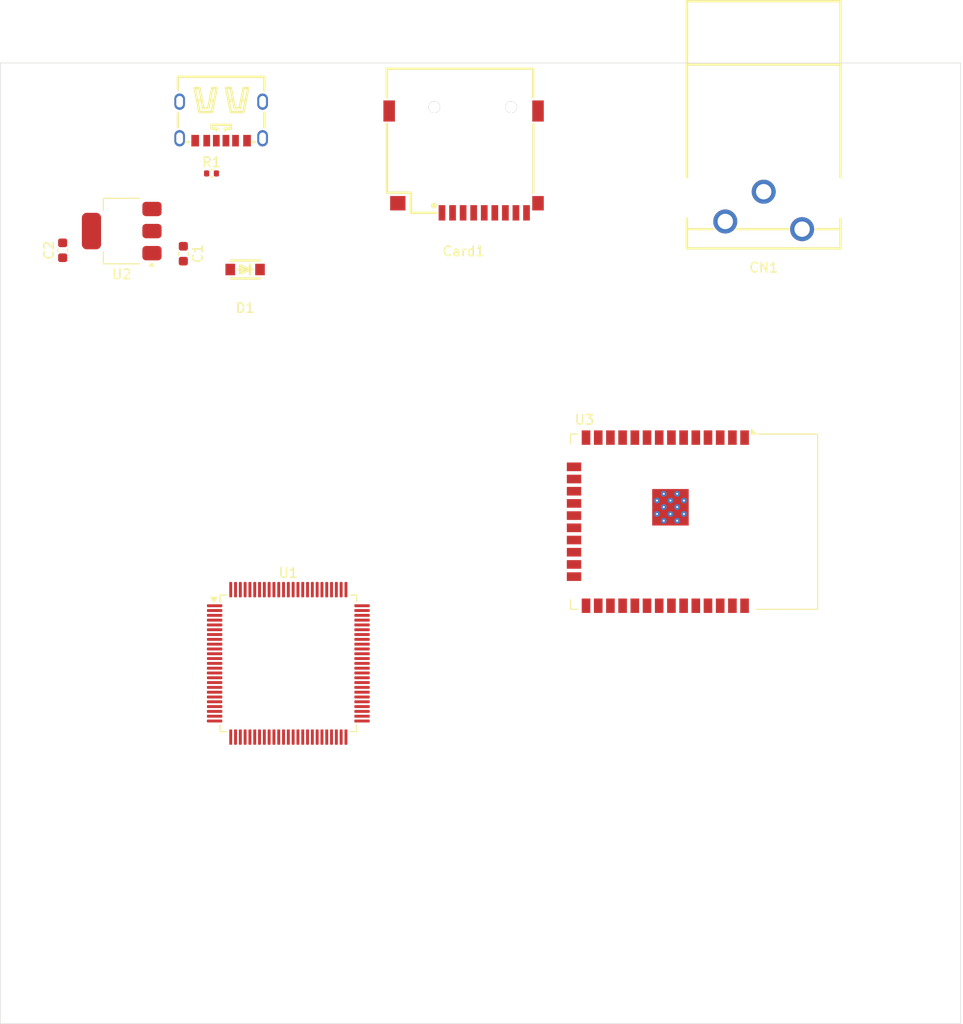
<source format=kicad_pcb>
(kicad_pcb (version 20240108) (generator "pcbnew") (generator_version "8.0")
  (layers (0 "F.Cu" signal) (31 "B.Cu" signal) (34 "B.Paste" user) (35 "F.Paste" user) (36 "B.SilkS" user "B.Silkscreen") (37 "F.SilkS" user "F.Silkscreen") (38 "B.Mask" user) (39 "F.Mask" user) (44 "Edge.Cuts" user))
  (net 0 "")
  (net 1 "VBUS")
  (net 2 "Net-(USB1-CC1)")
  (net 3 "GND")
  (net 4 "3V3")
  (net 5 "VIN")
  (net 105 "Net-(U1-VSS-Pad10)")
  (net 117 "Net-(U3-GND-Pad1)")
  (footprint "RF_Module:ESP32-WROOM-32D" (layer "F.Cu") (at 197.26 99.75 -90)
    (property "Reference" "U3" (at -10.61 8.43 360) (layer "F.SilkS"))
    (property "Value" "ESP32-WROOM-32E")
    (fp_line (start -9.12 9.88) (end -8.12 9.88) (stroke (width 0.12)) (layer "F.SilkS"))
    (fp_line (start 9.12 9.88) (end 8.12 9.88) (stroke (width 0.12)) (layer "F.SilkS"))
    (fp_line (start -9.12 9.1) (end -9.12 9.88) (stroke (width 0.12)) (layer "F.SilkS"))
    (fp_line (start 9.12 9.1) (end 9.12 9.88) (stroke (width 0.12)) (layer "F.SilkS"))
    (fp_line (start -9.12 -15.86) (end -9.12 -9.7) (stroke (width 0.12)) (layer "F.SilkS"))
    (fp_line (start -9.12 -15.86) (end 9.12 -15.86) (stroke (width 0.12)) (layer "F.SilkS"))
    (fp_line (start 9.12 -15.86) (end 9.12 -9.445) (stroke (width 0.12)) (layer "F.SilkS"))
    (fp_poly (pts (xy -9.125 -8.975) (xy -9.625 -8.975) (xy -9.125 -9.475) (xy -9.125 -8.975)) (stroke (width 0.12)) (fill solid) (layer "F.SilkS"))
    (pad "1" smd rect (at -8.75 -8.25 270) (size 1.5 0.9) (layers "F.Cu" "F.Paste" "F.Mask") (net 117 "Net-(U3-GND-Pad1)"))
    (pad "2" smd rect (at -8.75 -6.98 270) (size 1.5 0.9) (layers "F.Cu" "F.Paste" "F.Mask"))
    (pad "3" smd rect (at -8.75 -5.71 270) (size 1.5 0.9) (layers "F.Cu" "F.Paste" "F.Mask"))
    (pad "4" smd rect (at -8.75 -4.44 270) (size 1.5 0.9) (layers "F.Cu" "F.Paste" "F.Mask"))
    (pad "5" smd rect (at -8.75 -3.17 270) (size 1.5 0.9) (layers "F.Cu" "F.Paste" "F.Mask"))
    (pad "6" smd rect (at -8.75 -1.9 270) (size 1.5 0.9) (layers "F.Cu" "F.Paste" "F.Mask"))
    (pad "7" smd rect (at -8.75 -0.63 270) (size 1.5 0.9) (layers "F.Cu" "F.Paste" "F.Mask"))
    (pad "8" smd rect (at -8.75 0.64 270) (size 1.5 0.9) (layers "F.Cu" "F.Paste" "F.Mask"))
    (pad "9" smd rect (at -8.75 1.91 270) (size 1.5 0.9) (layers "F.Cu" "F.Paste" "F.Mask"))
    (pad "10" smd rect (at -8.75 3.18 270) (size 1.5 0.9) (layers "F.Cu" "F.Paste" "F.Mask"))
    (pad "11" smd rect (at -8.75 4.45 270) (size 1.5 0.9) (layers "F.Cu" "F.Paste" "F.Mask"))
    (pad "12" smd rect (at -8.75 5.72 270) (size 1.5 0.9) (layers "F.Cu" "F.Paste" "F.Mask"))
    (pad "13" smd rect (at -8.75 6.99 270) (size 1.5 0.9) (layers "F.Cu" "F.Paste" "F.Mask"))
    (pad "14" smd rect (at -8.75 8.26 270) (size 1.5 0.9) (layers "F.Cu" "F.Paste" "F.Mask"))
    (pad "15" smd rect (at -5.71 9.51) (size 1.5 0.9) (layers "F.Cu" "F.Paste" "F.Mask") (net 117 "Net-(U3-GND-Pad1)"))
    (pad "16" smd rect (at -4.44 9.51) (size 1.5 0.9) (layers "F.Cu" "F.Paste" "F.Mask"))
    (pad "17" smd rect (at -3.17 9.51) (size 1.5 0.9) (layers "F.Cu" "F.Paste" "F.Mask"))
    (pad "18" smd rect (at -1.9 9.51) (size 1.5 0.9) (layers "F.Cu" "F.Paste" "F.Mask"))
    (pad "19" smd rect (at -0.63 9.51) (size 1.5 0.9) (layers "F.Cu" "F.Paste" "F.Mask"))
    (pad "20" smd rect (at 0.64 9.51) (size 1.5 0.9) (layers "F.Cu" "F.Paste" "F.Mask"))
    (pad "21" smd rect (at 1.91 9.51) (size 1.5 0.9) (layers "F.Cu" "F.Paste" "F.Mask"))
    (pad "22" smd rect (at 3.18 9.51) (size 1.5 0.9) (layers "F.Cu" "F.Paste" "F.Mask"))
    (pad "23" smd rect (at 4.45 9.51) (size 1.5 0.9) (layers "F.Cu" "F.Paste" "F.Mask"))
    (pad "24" smd rect (at 5.72 9.51) (size 1.5 0.9) (layers "F.Cu" "F.Paste" "F.Mask"))
    (pad "25" smd rect (at 8.75 8.26 270) (size 1.5 0.9) (layers "F.Cu" "F.Paste" "F.Mask"))
    (pad "26" smd rect (at 8.75 6.99 270) (size 1.5 0.9) (layers "F.Cu" "F.Paste" "F.Mask"))
    (pad "27" smd rect (at 8.75 5.72 270) (size 1.5 0.9) (layers "F.Cu" "F.Paste" "F.Mask"))
    (pad "28" smd rect (at 8.75 4.45 270) (size 1.5 0.9) (layers "F.Cu" "F.Paste" "F.Mask"))
    (pad "29" smd rect (at 8.75 3.18 270) (size 1.5 0.9) (layers "F.Cu" "F.Paste" "F.Mask"))
    (pad "30" smd rect (at 8.75 1.91 270) (size 1.5 0.9) (layers "F.Cu" "F.Paste" "F.Mask"))
    (pad "31" smd rect (at 8.75 0.64 270) (size 1.5 0.9) (layers "F.Cu" "F.Paste" "F.Mask"))
    (pad "32" smd rect (at 8.75 -0.63 270) (size 1.5 0.9) (layers "F.Cu" "F.Paste" "F.Mask"))
    (pad "33" smd rect (at 8.75 -1.9 270) (size 1.5 0.9) (layers "F.Cu" "F.Paste" "F.Mask"))
    (pad "34" smd rect (at 8.75 -3.17 270) (size 1.5 0.9) (layers "F.Cu" "F.Paste" "F.Mask"))
    (pad "35" smd rect (at 8.75 -4.44 270) (size 1.5 0.9) (layers "F.Cu" "F.Paste" "F.Mask"))
    (pad "36" smd rect (at 8.75 -5.71 270) (size 1.5 0.9) (layers "F.Cu" "F.Paste" "F.Mask"))
    (pad "37" smd rect (at 8.75 -6.98 270) (size 1.5 0.9) (layers "F.Cu" "F.Paste" "F.Mask"))
    (pad "38" smd rect (at 8.75 -8.25 270) (size 1.5 0.9) (layers "F.Cu" "F.Paste" "F.Mask") (net 117 "Net-(U3-GND-Pad1)"))
    (pad "39" smd rect (at -2.9 -1.93 270) (size 0.9 0.9) (layers "F.Cu" "F.Paste") (net 117 "Net-(U3-GND-Pad1)"))
    (pad "39" thru_hole circle (at -2.9 -1.23 270) (size 0.6 0.6) (drill 0.2) (property pad_prop_heatsink) (layers "*.Cu" "F.Mask") (net 117 "Net-(U3-GND-Pad1)"))
    (pad "39" smd rect (at -2.9 -0.53 270) (size 0.9 0.9) (layers "F.Cu" "F.Paste") (net 117 "Net-(U3-GND-Pad1)"))
    (pad "39" thru_hole circle (at -2.9 0.17 270) (size 0.6 0.6) (drill 0.2) (property pad_prop_heatsink) (layers "*.Cu" "F.Mask") (net 117 "Net-(U3-GND-Pad1)"))
    (pad "39" smd rect (at -2.9 0.87 270) (size 0.9 0.9) (layers "F.Cu" "F.Paste") (net 117 "Net-(U3-GND-Pad1)"))
    (pad "39" thru_hole circle (at -2.2 -1.93 270) (size 0.6 0.6) (drill 0.2) (property pad_prop_heatsink) (layers "*.Cu" "F.Mask") (net 117 "Net-(U3-GND-Pad1)"))
    (pad "39" thru_hole circle (at -2.2 -0.53 270) (size 0.6 0.6) (drill 0.2) (property pad_prop_heatsink) (layers "*.Cu" "F.Mask") (net 117 "Net-(U3-GND-Pad1)"))
    (pad "39" thru_hole circle (at -2.2 0.87 270) (size 0.6 0.6) (drill 0.2) (property pad_prop_heatsink) (layers "*.Cu" "F.Mask") (net 117 "Net-(U3-GND-Pad1)"))
    (pad "39" thru_hole circle (at -1.525 -1.23 270) (size 0.6 0.6) (drill 0.2) (property pad_prop_heatsink) (layers "*.Cu" "F.Mask") (net 117 "Net-(U3-GND-Pad1)"))
    (pad "39" thru_hole circle (at -1.525 0.17 270) (size 0.6 0.6) (drill 0.2) (property pad_prop_heatsink) (layers "*.Cu" "F.Mask") (net 117 "Net-(U3-GND-Pad1)"))
    (pad "39" smd rect (at -1.5 -1.93 270) (size 0.9 0.9) (layers "F.Cu" "F.Paste") (net 117 "Net-(U3-GND-Pad1)"))
    (pad "39" smd rect (at -1.5 -0.53 270) (size 0.9 0.9) (layers "F.Cu" "F.Paste") (net 117 "Net-(U3-GND-Pad1)"))
    (pad "39" smd rect (at -1.5 -0.53 270) (size 3.8 3.8) (layers "F.Cu" "F.Mask") (net 117 "Net-(U3-GND-Pad1)"))
    (pad "39" smd rect (at -1.5 0.87 270) (size 0.9 0.9) (layers "F.Cu" "F.Paste") (net 117 "Net-(U3-GND-Pad1)"))
    (pad "39" thru_hole circle (at -0.8 -1.93 270) (size 0.6 0.6) (drill 0.2) (property pad_prop_heatsink) (layers "*.Cu" "F.Mask") (net 117 "Net-(U3-GND-Pad1)"))
    (pad "39" thru_hole circle (at -0.8 -0.53 270) (size 0.6 0.6) (drill 0.2) (property pad_prop_heatsink) (layers "*.Cu" "F.Mask") (net 117 "Net-(U3-GND-Pad1)"))
    (pad "39" thru_hole circle (at -0.8 0.87 270) (size 0.6 0.6) (drill 0.2) (property pad_prop_heatsink) (layers "*.Cu" "F.Mask") (net 117 "Net-(U3-GND-Pad1)"))
    (pad "39" smd rect (at -0.1 -1.93 270) (size 0.9 0.9) (layers "F.Cu" "F.Paste") (net 117 "Net-(U3-GND-Pad1)"))
    (pad "39" thru_hole circle (at -0.1 -1.23 270) (size 0.6 0.6) (drill 0.2) (property pad_prop_heatsink) (layers "*.Cu" "F.Mask") (net 117 "Net-(U3-GND-Pad1)"))
    (pad "39" smd rect (at -0.1 -0.53 270) (size 0.9 0.9) (layers "F.Cu" "F.Paste") (net 117 "Net-(U3-GND-Pad1)"))
    (pad "39" thru_hole circle (at -0.1 0.17 270) (size 0.6 0.6) (drill 0.2) (property pad_prop_heatsink) (layers "*.Cu" "F.Mask") (net 117 "Net-(U3-GND-Pad1)"))
    (pad "39" smd rect (at -0.1 0.87 270) (size 0.9 0.9) (layers "F.Cu" "F.Paste") (net 117 "Net-(U3-GND-Pad1)"))
  )
  (footprint "Capacitor_SMD:C_0603_1608Metric" (layer "F.Cu") (at 134.5 71.5 90)
    (property "Reference" "C2" (at 0 -1.43 90) (layer "F.SilkS"))
    (property "Value" "10u")
    (fp_line (start -0.14058 -0.51) (end 0.14058 -0.51) (stroke (width 0.12)) (layer "F.SilkS"))
    (fp_line (start -0.14058 0.51) (end 0.14058 0.51) (stroke (width 0.12)) (layer "F.SilkS"))
    (pad "1" smd roundrect (at -0.775 0 90) (size 0.9 0.95) (layers "F.Cu" "F.Paste" "F.Mask") (net 3 "GND"))
    (pad "2" smd roundrect (at 0.775 0 90) (size 0.9 0.95) (layers "F.Cu" "F.Paste" "F.Mask") (net 5 "VIN"))
  )
  (footprint "easyeda2kicad:SOD-123F_L2.8-W1.8-LS3.7-RD" (layer "F.Cu") (at 153.5 73.5 180)
    (property "Reference" "D1" (at 0 -4 360) (layer "F.SilkS"))
    (property "Value" "SM4007PL")
    (fp_line (start 0.51 0.41) (end -0.51 0) (stroke (width 0.25)) (layer "F.SilkS"))
    (fp_line (start 0.51 -0.4) (end 0.51 0.41) (stroke (width 0.25)) (layer "F.SilkS"))
    (fp_line (start -0.51 0) (end 0.51 -0.4) (stroke (width 0.25)) (layer "F.SilkS"))
    (fp_line (start -0.51 -0.5) (end -0.51 0.51) (stroke (width 0.25)) (layer "F.SilkS"))
    (fp_line (start -0.76 0) (end 0.76 0) (stroke (width 0.25)) (layer "F.SilkS"))
    (fp_line (start -1.51 0.94) (end 1.49 0.94) (stroke (width 0.25)) (layer "F.SilkS"))
    (fp_line (start -1.52 -0.94) (end 1.48 -0.94) (stroke (width 0.25)) (layer "F.SilkS"))
    (pad "1" smd rect (at -1.55 0 180) (size 1 1.2) (layers "F.Cu" "F.Paste" "F.Mask") (net 5 "VIN"))
    (pad "2" smd rect (at 1.55 0 180) (size 1 1.2) (layers "F.Cu" "F.Paste" "F.Mask") (net 1 "VBUS"))
  )
  (footprint "Package_TO_SOT_SMD:SOT-223-3_TabPin2" (layer "F.Cu") (at 140.65 69.5 180)
    (property "Reference" "U2" (at 0 -4.5 360) (layer "F.SilkS"))
    (property "Value" "AMS1117-3.3")
    (fp_line (start 1.91 3.41) (end 1.91 2.15) (stroke (width 0.12)) (layer "F.SilkS"))
    (fp_line (start 1.91 -3.41) (end 1.91 -2.15) (stroke (width 0.12)) (layer "F.SilkS"))
    (fp_line (start -1.85 3.41) (end 1.91 3.41) (stroke (width 0.12)) (layer "F.SilkS"))
    (fp_line (start -1.85 -3.41) (end 1.91 -3.41) (stroke (width 0.12)) (layer "F.SilkS"))
    (fp_poly (pts (xy -3.13 -3.31) (xy -3.37 -3.64) (xy -2.89 -3.64) (xy -3.13 -3.31)) (stroke (width 0.12)) (fill solid) (layer "F.SilkS"))
    (pad "1" smd roundrect (at -3.15 -2.3 180) (size 2 1.5) (layers "F.Cu" "F.Paste" "F.Mask") (net 3 "GND"))
    (pad "2" smd roundrect (at -3.15 0 180) (size 2 1.5) (layers "F.Cu" "F.Paste" "F.Mask") (net 4 "3V3"))
    (pad "2" smd roundrect (at 3.15 0 180) (size 2 3.8) (layers "F.Cu" "F.Paste" "F.Mask") (net 4 "3V3"))
    (pad "3" smd roundrect (at -3.15 2.3 180) (size 2 1.5) (layers "F.Cu" "F.Paste" "F.Mask") (net 5 "VIN"))
  )
  (footprint "Capacitor_SMD:C_0603_1608Metric" (layer "F.Cu") (at 147.064554 71.854851 90)
    (property "Reference" "C1" (at 0 1.5 90) (layer "F.SilkS"))
    (property "Value" "10u")
    (fp_line (start -0.14058 -0.51) (end 0.14058 -0.51) (stroke (width 0.12)) (layer "F.SilkS"))
    (fp_line (start -0.14058 0.51) (end 0.14058 0.51) (stroke (width 0.12)) (layer "F.SilkS"))
    (pad "1" smd roundrect (at -0.775 0 90) (size 0.9 0.95) (layers "F.Cu" "F.Paste" "F.Mask") (net 3 "GND"))
    (pad "2" smd roundrect (at 0.775 0 90) (size 0.9 0.95) (layers "F.Cu" "F.Paste" "F.Mask") (net 4 "3V3"))
  )
  (footprint "Resistor_SMD:R_0402_1005Metric" (layer "F.Cu") (at 150 63.5)
    (property "Reference" "R1" (at 0 -1.17 360) (layer "F.SilkS"))
    (property "Value" "10k" (hide yes))
    (fp_line (start -0.153641 -0.38) (end 0.153641 -0.38) (stroke (width 0.12)) (layer "F.SilkS"))
    (fp_line (start -0.153641 0.38) (end 0.153641 0.38) (stroke (width 0.12)) (layer "F.SilkS"))
    (pad "1" smd roundrect (at -0.51 0) (size 0.54 0.64) (layers "F.Cu" "F.Paste" "F.Mask") (net 1 "VBUS"))
    (pad "2" smd roundrect (at 0.51 0) (size 0.54 0.64) (layers "F.Cu" "F.Paste" "F.Mask") (net 2 "Net-(USB1-CC1)"))
  )
  (footprint "easyeda2kicad:TF-SMD_TF-PUSH" (layer "F.Cu") (at 176.25 62.3 180)
    (property "Reference" "Card1" (at 0 -9.3 360) (layer "F.SilkS"))
    (property "Value" "TF PUSH")
    (fp_line (start 8 9.7) (end 8 6.71) (stroke (width 0.25)) (layer "F.SilkS"))
    (fp_line (start 7.98 3.97) (end 7.98 -3.2) (stroke (width 0.25)) (layer "F.SilkS"))
    (fp_line (start 7.98 -3.2) (end 5.49 -3.2) (stroke (width 0.25)) (layer "F.SilkS"))
    (fp_line (start 5.49 -3.2) (end 5.5 -3.2) (stroke (width 0.25)) (layer "F.SilkS"))
    (fp_line (start 5.49 -5.3) (end 5.49 -3.2) (stroke (width 0.25)) (layer "F.SilkS"))
    (fp_line (start 4.7 -5.3) (end 5.49 -5.3) (stroke (width 0.25)) (layer "F.SilkS"))
    (fp_line (start 4.7 -5.3) (end 2.85 -5.3) (stroke (width 0.25)) (layer "F.SilkS"))
    (fp_line (start -7.24 9.7) (end 8 9.7) (stroke (width 0.25)) (layer "F.SilkS"))
    (fp_line (start -7.24 9.7) (end -7.24 6.76) (stroke (width 0.25)) (layer "F.SilkS"))
    (fp_line (start -7.26 -3.25) (end -7.26 3.91) (stroke (width 0.25)) (layer "F.SilkS"))
    (fp_circle (center 3.09 -4.55) (end 3.14 -4.55) (stroke (width 0.25)) (fill none) (layer "F.SilkS"))
    (pad "" thru_hole circle (at -4.95 5.7 180) (size 1.2 1.2) (drill 1.2) (layers "*.Cu" "*.Mask"))
    (pad "" thru_hole circle (at 3.05 5.7 180) (size 1.2 1.2) (drill 1.2) (layers "*.Cu" "*.Mask"))
    (pad "1" smd rect (at 2.25 -5.3 180) (size 0.7 1.6) (layers "F.Cu" "F.Paste" "F.Mask"))
    (pad "2" smd rect (at 1.15 -5.3 180) (size 0.7 1.6) (layers "F.Cu" "F.Paste" "F.Mask"))
    (pad "3" smd rect (at 0.05 -5.3 180) (size 0.7 1.6) (layers "F.Cu" "F.Paste" "F.Mask"))
    (pad "4" smd rect (at -1.05 -5.3 180) (size 0.7 1.6) (layers "F.Cu" "F.Paste" "F.Mask") (net 4 "3V3"))
    (pad "5" smd rect (at -2.15 -5.3 180) (size 0.7 1.6) (layers "F.Cu" "F.Paste" "F.Mask"))
    (pad "6" smd rect (at -3.25 -5.3 180) (size 0.7 1.6) (layers "F.Cu" "F.Paste" "F.Mask") (net 3 "GND"))
    (pad "7" smd rect (at -4.35 -5.3 180) (size 0.7 1.6) (layers "F.Cu" "F.Paste" "F.Mask"))
    (pad "8" smd rect (at -5.45 -5.3 180) (size 0.7 1.6) (layers "F.Cu" "F.Paste" "F.Mask"))
    (pad "10" smd rect (at -7.75 -4.3 180) (size 1.2 1.5) (layers "F.Cu" "F.Paste" "F.Mask"))
    (pad "11" smd rect (at -7.75 5.3 180) (size 1.2 2.2) (layers "F.Cu" "F.Paste" "F.Mask"))
    (pad "12" smd rect (at 7.75 5.3 180) (size 1.2 2.2) (layers "F.Cu" "F.Paste" "F.Mask"))
    (pad "13" smd rect (at 6.85 -4.3 180) (size 1.6 1.5) (layers "F.Cu" "F.Paste" "F.Mask"))
    (pad "CD" smd rect (at -6.55 -5.3 180) (size 0.7 1.6) (layers "F.Cu" "F.Paste" "F.Mask"))
  )
  (footprint "easyeda2kicad:CONN-TH_XDJK-0271-1650" (layer "F.Cu") (at 207.5 67.35 180)
    (property "Reference" "CN1" (at 0 -5.95 360) (layer "F.SilkS"))
    (property "Value" "XDJK-0271-1650")
    (fp_line (start 8 21.78) (end 8 15.18) (stroke (width 0.25)) (layer "F.SilkS"))
    (fp_line (start 8 21.78) (end -8 21.78) (stroke (width 0.25)) (layer "F.SilkS"))
    (fp_line (start 8 15.18) (end 8 3.46) (stroke (width 0.25)) (layer "F.SilkS"))
    (fp_line (start 8 -0.86) (end 8 -1.95) (stroke (width 0.25)) (layer "F.SilkS"))
    (fp_line (start 8 -1.95) (end 8 -3.95) (stroke (width 0.25)) (layer "F.SilkS"))
    (fp_line (start 8 -3.95) (end -8 -3.95) (stroke (width 0.25)) (layer "F.SilkS"))
    (fp_line (start 5.25 -1.95) (end 8 -1.95) (stroke (width 0.25)) (layer "F.SilkS"))
    (fp_line (start -2.52 -1.95) (end 2.75 -1.95) (stroke (width 0.25)) (layer "F.SilkS"))
    (fp_line (start -8 21.78) (end -8 15.18) (stroke (width 0.25)) (layer "F.SilkS"))
    (fp_line (start -8 15.18) (end 8 15.18) (stroke (width 0.25)) (layer "F.SilkS"))
    (fp_line (start -8 3.46) (end -8 15.18) (stroke (width 0.25)) (layer "F.SilkS"))
    (fp_line (start -8 -1.95) (end -5.48 -1.95) (stroke (width 0.25)) (layer "F.SilkS"))
    (fp_line (start -8 -1.95) (end -8 -0.86) (stroke (width 0.25)) (layer "F.SilkS"))
    (fp_line (start -8 -3.95) (end -8 -1.95) (stroke (width 0.25)) (layer "F.SilkS"))
    (pad "1" thru_hole circle (at -4 -1.95 180) (size 2.5 2.5) (drill 1.599997) (layers "*.Cu" "*.Mask"))
    (pad "2" thru_hole circle (at 0 1.95 180) (size 2.5 2.5) (drill 1.599997) (layers "*.Cu" "*.Mask"))
    (pad "3" thru_hole circle (at 4 -1.15 180) (size 2.5 2.5) (drill 1.599997) (layers "*.Cu" "*.Mask"))
  )
  (footprint "Package_QFP:LQFP-100_14x14mm_P0.5mm" (layer "F.Cu") (at 158 114.5)
    (property "Reference" "U1" (at 0 -9.42 0) (layer "F.SilkS"))
    (property "Value" "STM32H723VETx")
    (fp_line (start -7.11 -7.11) (end -7.11 -6.41) (stroke (width 0.12)) (layer "F.SilkS"))
    (fp_line (start -7.11 7.11) (end -7.11 6.41) (stroke (width 0.12)) (layer "F.SilkS"))
    (fp_line (start -6.41 -7.11) (end -7.11 -7.11) (stroke (width 0.12)) (layer "F.SilkS"))
    (fp_line (start -6.41 7.11) (end -7.11 7.11) (stroke (width 0.12)) (layer "F.SilkS"))
    (fp_line (start 6.41 -7.11) (end 7.11 -7.11) (stroke (width 0.12)) (layer "F.SilkS"))
    (fp_line (start 6.41 7.11) (end 7.11 7.11) (stroke (width 0.12)) (layer "F.SilkS"))
    (fp_line (start 7.11 -7.11) (end 7.11 -6.41) (stroke (width 0.12)) (layer "F.SilkS"))
    (fp_line (start 7.11 7.11) (end 7.11 6.41) (stroke (width 0.12)) (layer "F.SilkS"))
    (fp_poly (pts (xy -7.7375 -6.41) (xy -8.0775 -6.88) (xy -7.3975 -6.88) (xy -7.7375 -6.41)) (stroke (width 0.12)) (fill solid) (layer "F.SilkS"))
    (pad "1" smd roundrect (at -7.675 -6) (size 1.6 0.3) (layers "F.Cu" "F.Paste" "F.Mask"))
    (pad "2" smd roundrect (at -7.675 -5.5) (size 1.6 0.3) (layers "F.Cu" "F.Paste" "F.Mask"))
    (pad "3" smd roundrect (at -7.675 -5) (size 1.6 0.3) (layers "F.Cu" "F.Paste" "F.Mask"))
    (pad "4" smd roundrect (at -7.675 -4.5) (size 1.6 0.3) (layers "F.Cu" "F.Paste" "F.Mask"))
    (pad "5" smd roundrect (at -7.675 -4) (size 1.6 0.3) (layers "F.Cu" "F.Paste" "F.Mask"))
    (pad "6" smd roundrect (at -7.675 -3.5) (size 1.6 0.3) (layers "F.Cu" "F.Paste" "F.Mask"))
    (pad "7" smd roundrect (at -7.675 -3) (size 1.6 0.3) (layers "F.Cu" "F.Paste" "F.Mask"))
    (pad "8" smd roundrect (at -7.675 -2.5) (size 1.6 0.3) (layers "F.Cu" "F.Paste" "F.Mask"))
    (pad "9" smd roundrect (at -7.675 -2) (size 1.6 0.3) (layers "F.Cu" "F.Paste" "F.Mask"))
    (pad "10" smd roundrect (at -7.675 -1.5) (size 1.6 0.3) (layers "F.Cu" "F.Paste" "F.Mask") (net 105 "Net-(U1-VSS-Pad10)"))
    (pad "11" smd roundrect (at -7.675 -1) (size 1.6 0.3) (layers "F.Cu" "F.Paste" "F.Mask"))
    (pad "12" smd roundrect (at -7.675 -0.5) (size 1.6 0.3) (layers "F.Cu" "F.Paste" "F.Mask"))
    (pad "13" smd roundrect (at -7.675 0) (size 1.6 0.3) (layers "F.Cu" "F.Paste" "F.Mask"))
    (pad "14" smd roundrect (at -7.675 0.5) (size 1.6 0.3) (layers "F.Cu" "F.Paste" "F.Mask"))
    (pad "15" smd roundrect (at -7.675 1) (size 1.6 0.3) (layers "F.Cu" "F.Paste" "F.Mask"))
    (pad "16" smd roundrect (at -7.675 1.5) (size 1.6 0.3) (layers "F.Cu" "F.Paste" "F.Mask"))
    (pad "17" smd roundrect (at -7.675 2) (size 1.6 0.3) (layers "F.Cu" "F.Paste" "F.Mask"))
    (pad "18" smd roundrect (at -7.675 2.5) (size 1.6 0.3) (layers "F.Cu" "F.Paste" "F.Mask"))
    (pad "19" smd roundrect (at -7.675 3) (size 1.6 0.3) (layers "F.Cu" "F.Paste" "F.Mask"))
    (pad "20" smd roundrect (at -7.675 3.5) (size 1.6 0.3) (layers "F.Cu" "F.Paste" "F.Mask"))
    (pad "21" smd roundrect (at -7.675 4) (size 1.6 0.3) (layers "F.Cu" "F.Paste" "F.Mask"))
    (pad "22" smd roundrect (at -7.675 4.5) (size 1.6 0.3) (layers "F.Cu" "F.Paste" "F.Mask"))
    (pad "23" smd roundrect (at -7.675 5) (size 1.6 0.3) (layers "F.Cu" "F.Paste" "F.Mask"))
    (pad "24" smd roundrect (at -7.675 5.5) (size 1.6 0.3) (layers "F.Cu" "F.Paste" "F.Mask"))
    (pad "25" smd roundrect (at -7.675 6) (size 1.6 0.3) (layers "F.Cu" "F.Paste" "F.Mask"))
    (pad "26" smd roundrect (at -6 7.675) (size 0.3 1.6) (layers "F.Cu" "F.Paste" "F.Mask") (net 105 "Net-(U1-VSS-Pad10)"))
    (pad "27" smd roundrect (at -5.5 7.675) (size 0.3 1.6) (layers "F.Cu" "F.Paste" "F.Mask"))
    (pad "28" smd roundrect (at -5 7.675) (size 0.3 1.6) (layers "F.Cu" "F.Paste" "F.Mask"))
    (pad "29" smd roundrect (at -4.5 7.675) (size 0.3 1.6) (layers "F.Cu" "F.Paste" "F.Mask"))
    (pad "30" smd roundrect (at -4 7.675) (size 0.3 1.6) (layers "F.Cu" "F.Paste" "F.Mask"))
    (pad "31" smd roundrect (at -3.5 7.675) (size 0.3 1.6) (layers "F.Cu" "F.Paste" "F.Mask"))
    (pad "32" smd roundrect (at -3 7.675) (size 0.3 1.6) (layers "F.Cu" "F.Paste" "F.Mask"))
    (pad "33" smd roundrect (at -2.5 7.675) (size 0.3 1.6) (layers "F.Cu" "F.Paste" "F.Mask"))
    (pad "34" smd roundrect (at -2 7.675) (size 0.3 1.6) (layers "F.Cu" "F.Paste" "F.Mask"))
    (pad "35" smd roundrect (at -1.5 7.675) (size 0.3 1.6) (layers "F.Cu" "F.Paste" "F.Mask"))
    (pad "36" smd roundrect (at -1 7.675) (size 0.3 1.6) (layers "F.Cu" "F.Paste" "F.Mask"))
    (pad "37" smd roundrect (at -0.5 7.675) (size 0.3 1.6) (layers "F.Cu" "F.Paste" "F.Mask"))
    (pad "38" smd roundrect (at 0 7.675) (size 0.3 1.6) (layers "F.Cu" "F.Paste" "F.Mask"))
    (pad "39" smd roundrect (at 0.5 7.675) (size 0.3 1.6) (layers "F.Cu" "F.Paste" "F.Mask"))
    (pad "40" smd roundrect (at 1 7.675) (size 0.3 1.6) (layers "F.Cu" "F.Paste" "F.Mask"))
    (pad "41" smd roundrect (at 1.5 7.675) (size 0.3 1.6) (layers "F.Cu" "F.Paste" "F.Mask"))
    (pad "42" smd roundrect (at 2 7.675) (size 0.3 1.6) (layers "F.Cu" "F.Paste" "F.Mask"))
    (pad "43" smd roundrect (at 2.5 7.675) (size 0.3 1.6) (layers "F.Cu" "F.Paste" "F.Mask"))
    (pad "44" smd roundrect (at 3 7.675) (size 0.3 1.6) (layers "F.Cu" "F.Paste" "F.Mask"))
    (pad "45" smd roundrect (at 3.5 7.675) (size 0.3 1.6) (layers "F.Cu" "F.Paste" "F.Mask"))
    (pad "46" smd roundrect (at 4 7.675) (size 0.3 1.6) (layers "F.Cu" "F.Paste" "F.Mask"))
    (pad "47" smd roundrect (at 4.5 7.675) (size 0.3 1.6) (layers "F.Cu" "F.Paste" "F.Mask"))
    (pad "48" smd roundrect (at 5 7.675) (size 0.3 1.6) (layers "F.Cu" "F.Paste" "F.Mask"))
    (pad "49" smd roundrect (at 5.5 7.675) (size 0.3 1.6) (layers "F.Cu" "F.Paste" "F.Mask") (net 105 "Net-(U1-VSS-Pad10)"))
    (pad "50" smd roundrect (at 6 7.675) (size 0.3 1.6) (layers "F.Cu" "F.Paste" "F.Mask"))
    (pad "51" smd roundrect (at 7.675 6) (size 1.6 0.3) (layers "F.Cu" "F.Paste" "F.Mask"))
    (pad "52" smd roundrect (at 7.675 5.5) (size 1.6 0.3) (layers "F.Cu" "F.Paste" "F.Mask"))
    (pad "53" smd roundrect (at 7.675 5) (size 1.6 0.3) (layers "F.Cu" "F.Paste" "F.Mask"))
    (pad "54" smd roundrect (at 7.675 4.5) (size 1.6 0.3) (layers "F.Cu" "F.Paste" "F.Mask"))
    (pad "55" smd roundrect (at 7.675 4) (size 1.6 0.3) (layers "F.Cu" "F.Paste" "F.Mask"))
    (pad "56" smd roundrect (at 7.675 3.5) (size 1.6 0.3) (layers "F.Cu" "F.Paste" "F.Mask"))
    (pad "57" smd roundrect (at 7.675 3) (size 1.6 0.3) (layers "F.Cu" "F.Paste" "F.Mask"))
    (pad "58" smd roundrect (at 7.675 2.5) (size 1.6 0.3) (layers "F.Cu" "F.Paste" "F.Mask"))
    (pad "59" smd roundrect (at 7.675 2) (size 1.6 0.3) (layers "F.Cu" "F.Paste" "F.Mask"))
    (pad "60" smd roundrect (at 7.675 1.5) (size 1.6 0.3) (layers "F.Cu" "F.Paste" "F.Mask"))
    (pad "61" smd roundrect (at 7.675 1) (size 1.6 0.3) (layers "F.Cu" "F.Paste" "F.Mask"))
    (pad "62" smd roundrect (at 7.675 0.5) (size 1.6 0.3) (layers "F.Cu" "F.Paste" "F.Mask"))
    (pad "63" smd roundrect (at 7.675 0) (size 1.6 0.3) (layers "F.Cu" "F.Paste" "F.Mask"))
    (pad "64" smd roundrect (at 7.675 -0.5) (size 1.6 0.3) (layers "F.Cu" "F.Paste" "F.Mask"))
    (pad "65" smd roundrect (at 7.675 -1) (size 1.6 0.3) (layers "F.Cu" "F.Paste" "F.Mask"))
    (pad "66" smd roundrect (at 7.675 -1.5) (size 1.6 0.3) (layers "F.Cu" "F.Paste" "F.Mask"))
    (pad "67" smd roundrect (at 7.675 -2) (size 1.6 0.3) (layers "F.Cu" "F.Paste" "F.Mask"))
    (pad "68" smd roundrect (at 7.675 -2.5) (size 1.6 0.3) (layers "F.Cu" "F.Paste" "F.Mask"))
    (pad "69" smd roundrect (at 7.675 -3) (size 1.6 0.3) (layers "F.Cu" "F.Paste" "F.Mask"))
    (pad "70" smd roundrect (at 7.675 -3.5) (size 1.6 0.3) (layers "F.Cu" "F.Paste" "F.Mask"))
    (pad "71" smd roundrect (at 7.675 -4) (size 1.6 0.3) (layers "F.Cu" "F.Paste" "F.Mask"))
    (pad "72" smd roundrect (at 7.675 -4.5) (size 1.6 0.3) (layers "F.Cu" "F.Paste" "F.Mask"))
    (pad "73" smd roundrect (at 7.675 -5) (size 1.6 0.3) (layers "F.Cu" "F.Paste" "F.Mask"))
    (pad "74" smd roundrect (at 7.675 -5.5) (size 1.6 0.3) (layers "F.Cu" "F.Paste" "F.Mask") (net 105 "Net-(U1-VSS-Pad10)"))
    (pad "75" smd roundrect (at 7.675 -6) (size 1.6 0.3) (layers "F.Cu" "F.Paste" "F.Mask"))
    (pad "76" smd roundrect (at 6 -7.675) (size 0.3 1.6) (layers "F.Cu" "F.Paste" "F.Mask"))
    (pad "77" smd roundrect (at 5.5 -7.675) (size 0.3 1.6) (layers "F.Cu" "F.Paste" "F.Mask"))
    (pad "78" smd roundrect (at 5 -7.675) (size 0.3 1.6) (layers "F.Cu" "F.Paste" "F.Mask"))
    (pad "79" smd roundrect (at 4.5 -7.675) (size 0.3 1.6) (layers "F.Cu" "F.Paste" "F.Mask"))
    (pad "80" smd roundrect (at 4 -7.675) (size 0.3 1.6) (layers "F.Cu" "F.Paste" "F.Mask"))
    (pad "81" smd roundrect (at 3.5 -7.675) (size 0.3 1.6) (layers "F.Cu" "F.Paste" "F.Mask"))
    (pad "82" smd roundrect (at 3 -7.675) (size 0.3 1.6) (layers "F.Cu" "F.Paste" "F.Mask"))
    (pad "83" smd roundrect (at 2.5 -7.675) (size 0.3 1.6) (layers "F.Cu" "F.Paste" "F.Mask"))
    (pad "84" smd roundrect (at 2 -7.675) (size 0.3 1.6) (layers "F.Cu" "F.Paste" "F.Mask"))
    (pad "85" smd roundrect (at 1.5 -7.675) (size 0.3 1.6) (layers "F.Cu" "F.Paste" "F.Mask"))
    (pad "86" smd roundrect (at 1 -7.675) (size 0.3 1.6) (layers "F.Cu" "F.Paste" "F.Mask"))
    (pad "87" smd roundrect (at 0.5 -7.675) (size 0.3 1.6) (layers "F.Cu" "F.Paste" "F.Mask"))
    (pad "88" smd roundrect (at 0 -7.675) (size 0.3 1.6) (layers "F.Cu" "F.Paste" "F.Mask"))
    (pad "89" smd roundrect (at -0.5 -7.675) (size 0.3 1.6) (layers "F.Cu" "F.Paste" "F.Mask"))
    (pad "90" smd roundrect (at -1 -7.675) (size 0.3 1.6) (layers "F.Cu" "F.Paste" "F.Mask"))
    (pad "91" smd roundrect (at -1.5 -7.675) (size 0.3 1.6) (layers "F.Cu" "F.Paste" "F.Mask"))
    (pad "92" smd roundrect (at -2 -7.675) (size 0.3 1.6) (layers "F.Cu" "F.Paste" "F.Mask"))
    (pad "93" smd roundrect (at -2.5 -7.675) (size 0.3 1.6) (layers "F.Cu" "F.Paste" "F.Mask"))
    (pad "94" smd roundrect (at -3 -7.675) (size 0.3 1.6) (layers "F.Cu" "F.Paste" "F.Mask"))
    (pad "95" smd roundrect (at -3.5 -7.675) (size 0.3 1.6) (layers "F.Cu" "F.Paste" "F.Mask"))
    (pad "96" smd roundrect (at -4 -7.675) (size 0.3 1.6) (layers "F.Cu" "F.Paste" "F.Mask"))
    (pad "97" smd roundrect (at -4.5 -7.675) (size 0.3 1.6) (layers "F.Cu" "F.Paste" "F.Mask"))
    (pad "98" smd roundrect (at -5 -7.675) (size 0.3 1.6) (layers "F.Cu" "F.Paste" "F.Mask"))
    (pad "99" smd roundrect (at -5.5 -7.675) (size 0.3 1.6) (layers "F.Cu" "F.Paste" "F.Mask") (net 105 "Net-(U1-VSS-Pad10)"))
    (pad "100" smd roundrect (at -6 -7.675) (size 0.3 1.6) (layers "F.Cu" "F.Paste" "F.Mask"))
  )
  (footprint "easyeda2kicad:TYPE-C-SMD_TYPE-C-6P_5" (layer "F.Cu") (at 151 58.0575 180)
    (property "Reference" "USB1" (hide yes))
    (property "Value" "TYPE-C 6P(073)")
    (fp_line (start 4.5 4.62) (end 4.5 3.22) (stroke (width 0.25)) (layer "F.SilkS"))
    (fp_line (start 4.5 0.82) (end 4.5 -0.63) (stroke (width 0.25)) (layer "F.SilkS"))
    (fp_line (start 3.33 -2.18) (end 3.54 -2.18) (stroke (width 0.25)) (layer "F.SilkS"))
    (fp_line (start 2.76 3.45) (end 2.26 3.45) (stroke (width 0.25)) (layer "F.SilkS"))
    (fp_line (start 2.26 3.45) (end 1.86 1.35) (stroke (width 0.25)) (layer "F.SilkS"))
    (fp_line (start 2.26 0.95) (end 2.76 3.45) (stroke (width 0.25)) (layer "F.SilkS"))
    (fp_line (start 2.06 2.15) (end 2.46 2.15) (stroke (width 0.25)) (layer "F.SilkS"))
    (fp_line (start 1.86 1.35) (end 1.34 1.35) (stroke (width 0.25)) (layer "F.SilkS"))
    (fp_line (start 1.34 1.35) (end 0.93 3.45) (stroke (width 0.25)) (layer "F.SilkS"))
    (fp_line (start 1 -0.38) (end 1 -0.78) (stroke (width 0.25)) (layer "F.SilkS"))
    (fp_line (start 1 -0.78) (end 0.4 -0.78) (stroke (width 0.25)) (layer "F.SilkS"))
    (fp_line (start 0.96 0.95) (end 2.26 0.95) (stroke (width 0.25)) (layer "F.SilkS"))
    (fp_line (start 0.93 3.45) (end 0.46 3.45) (stroke (width 0.25)) (layer "F.SilkS"))
    (fp_line (start 0.76 2.15) (end 1.16 2.15) (stroke (width 0.25)) (layer "F.SilkS"))
    (fp_line (start 0.46 3.45) (end 0.96 0.95) (stroke (width 0.25)) (layer "F.SilkS"))
    (fp_line (start 0.4 -0.78) (end 0.4 -0.98) (stroke (width 0.25)) (layer "F.SilkS"))
    (fp_line (start -0.4 -0.78) (end -0.4 -0.98) (stroke (width 0.25)) (layer "F.SilkS"))
    (fp_line (start -0.52 3.45) (end -1.01 3.45) (stroke (width 0.25)) (layer "F.SilkS"))
    (fp_line (start -1 -0.38) (end -1 -0.78) (stroke (width 0.25)) (layer "F.SilkS"))
    (fp_line (start -1 -0.78) (end -0.4 -0.78) (stroke (width 0.25)) (layer "F.SilkS"))
    (fp_line (start -1.01 3.45) (end -1.41 1.35) (stroke (width 0.25)) (layer "F.SilkS"))
    (fp_line (start -1.01 -0.38) (end 1.01 -0.38) (stroke (width 0.25)) (layer "F.SilkS"))
    (fp_line (start -1.02 0.95) (end -0.52 3.45) (stroke (width 0.25)) (layer "F.SilkS"))
    (fp_line (start -1.22 2.15) (end -0.82 2.15) (stroke (width 0.25)) (layer "F.SilkS"))
    (fp_line (start -1.41 1.35) (end -1.94 1.35) (stroke (width 0.25)) (layer "F.SilkS"))
    (fp_line (start -1.94 1.35) (end -2.34 3.45) (stroke (width 0.25)) (layer "F.SilkS"))
    (fp_line (start -2.32 0.95) (end -1.02 0.95) (stroke (width 0.25)) (layer "F.SilkS"))
    (fp_line (start -2.34 3.45) (end -2.82 3.45) (stroke (width 0.25)) (layer "F.SilkS"))
    (fp_line (start -2.52 2.15) (end -2.12 2.15) (stroke (width 0.25)) (layer "F.SilkS"))
    (fp_line (start -2.82 3.45) (end -2.32 0.95) (stroke (width 0.25)) (layer "F.SilkS"))
    (fp_line (start -3.54 -2.18) (end -3.33 -2.18) (stroke (width 0.25)) (layer "F.SilkS"))
    (fp_line (start -4.5 4.62) (end 4.5 4.62) (stroke (width 0.25)) (layer "F.SilkS"))
    (fp_line (start -4.5 3.22) (end -4.5 3.2) (stroke (width 0.25)) (layer "F.SilkS"))
    (fp_line (start -4.5 3.2) (end -4.5 4.62) (stroke (width 0.25)) (layer "F.SilkS"))
    (fp_line (start -4.5 -0.58) (end -4.5 0.86) (stroke (width 0.25)) (layer "F.SilkS"))
    (fp_line (start -4.5 -0.58) (end -4.5 -0.62) (stroke (width 0.25)) (layer "F.SilkS"))
    (pad "7" thru_hole oval (at -4.32 -1.78 180) (size 1.1 1.7) (drill oval 0.700024 1.199998) (layers "*.Cu" "*.Mask") (net 3 "GND"))
    (pad "7" thru_hole oval (at -4.32 2.03 180) (size 1.1 1.7) (drill oval 0.700024 1.199998) (layers "*.Cu" "*.Mask") (net 3 "GND"))
    (pad "7" thru_hole oval (at 4.32 -1.78 180) (size 1.1 1.7) (drill oval 0.700024 1.199998) (layers "*.Cu" "*.Mask") (net 3 "GND"))
    (pad "7" thru_hole oval (at 4.32 2.03 180) (size 1.1 1.7) (drill oval 0.700024 1.199998) (layers "*.Cu" "*.Mask") (net 3 "GND"))
    (pad "A5" smd rect (at -0.5 -2.03 180) (size 0.7 1.2) (layers "F.Cu" "F.Paste" "F.Mask") (net 2 "Net-(USB1-CC1)"))
    (pad "A9" smd rect (at 1.5 -2.03 180) (size 0.7 1.2) (layers "F.Cu" "F.Paste" "F.Mask") (net 1 "VBUS"))
    (pad "A12" smd rect (at 2.7 -2.03 180) (size 0.8 1.2) (layers "F.Cu" "F.Paste" "F.Mask") (net 3 "GND"))
    (pad "B5" smd rect (at 0.5 -2.03 180) (size 0.7 1.2) (layers "F.Cu" "F.Paste" "F.Mask") (net 2 "Net-(USB1-CC1)"))
    (pad "B9" smd rect (at -1.5 -2.03 180) (size 0.7 1.2) (layers "F.Cu" "F.Paste" "F.Mask") (net 1 "VBUS"))
    (pad "B12" smd rect (at -2.7 -2.03 180) (size 0.8 1.2) (layers "F.Cu" "F.Paste" "F.Mask") (net 3 "GND"))
  )
  (gr_line (start 128 152) (end 228 152) (stroke (width 0.05)) (layer "Edge.Cuts"))
  (gr_line (start 128 52) (end 128 152) (stroke (width 0.05)) (layer "Edge.Cuts"))
  (gr_line (start 228 52) (end 128 52) (stroke (width 0.05)) (layer "Edge.Cuts"))
  (gr_line (start 228 152) (end 228 52) (stroke (width 0.05)) (layer "Edge.Cuts"))
)
</source>
